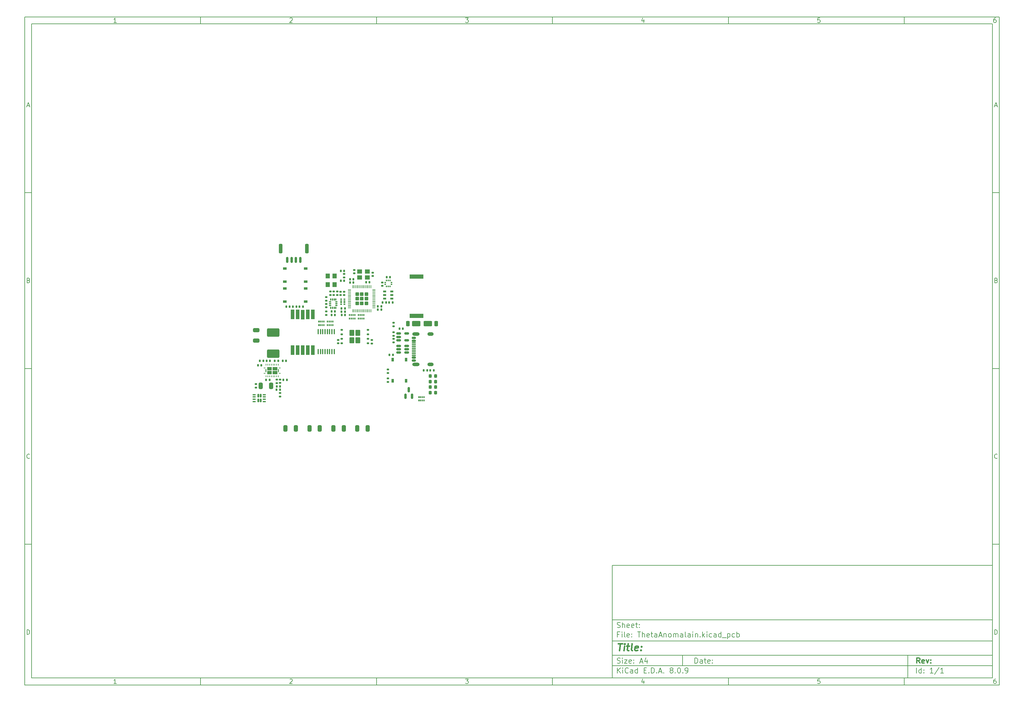
<source format=gbr>
%TF.GenerationSoftware,KiCad,Pcbnew,8.0.9-8.0.9-0~ubuntu24.04.1*%
%TF.CreationDate,2025-05-06T11:39:42+05:00*%
%TF.ProjectId,ThetaAnomalain,54686574-6141-46e6-9f6d-616c61696e2e,rev?*%
%TF.SameCoordinates,Original*%
%TF.FileFunction,Paste,Top*%
%TF.FilePolarity,Positive*%
%FSLAX46Y46*%
G04 Gerber Fmt 4.6, Leading zero omitted, Abs format (unit mm)*
G04 Created by KiCad (PCBNEW 8.0.9-8.0.9-0~ubuntu24.04.1) date 2025-05-06 11:39:42*
%MOMM*%
%LPD*%
G01*
G04 APERTURE LIST*
G04 Aperture macros list*
%AMRoundRect*
0 Rectangle with rounded corners*
0 $1 Rounding radius*
0 $2 $3 $4 $5 $6 $7 $8 $9 X,Y pos of 4 corners*
0 Add a 4 corners polygon primitive as box body*
4,1,4,$2,$3,$4,$5,$6,$7,$8,$9,$2,$3,0*
0 Add four circle primitives for the rounded corners*
1,1,$1+$1,$2,$3*
1,1,$1+$1,$4,$5*
1,1,$1+$1,$6,$7*
1,1,$1+$1,$8,$9*
0 Add four rect primitives between the rounded corners*
20,1,$1+$1,$2,$3,$4,$5,0*
20,1,$1+$1,$4,$5,$6,$7,0*
20,1,$1+$1,$6,$7,$8,$9,0*
20,1,$1+$1,$8,$9,$2,$3,0*%
G04 Aperture macros list end*
%ADD10C,0.100000*%
%ADD11C,0.150000*%
%ADD12C,0.300000*%
%ADD13C,0.400000*%
%ADD14C,0.000000*%
%ADD15RoundRect,0.218750X0.218750X0.256250X-0.218750X0.256250X-0.218750X-0.256250X0.218750X-0.256250X0*%
%ADD16RoundRect,0.135000X-0.185000X0.135000X-0.185000X-0.135000X0.185000X-0.135000X0.185000X0.135000X0*%
%ADD17O,0.599999X0.240000*%
%ADD18O,0.240000X0.599999*%
%ADD19RoundRect,0.135000X0.185000X-0.135000X0.185000X0.135000X-0.185000X0.135000X-0.185000X-0.135000X0*%
%ADD20RoundRect,0.250000X-0.325000X-0.650000X0.325000X-0.650000X0.325000X0.650000X-0.325000X0.650000X0*%
%ADD21R,1.000000X0.750000*%
%ADD22RoundRect,0.135000X-0.135000X-0.185000X0.135000X-0.185000X0.135000X0.185000X-0.135000X0.185000X0*%
%ADD23RoundRect,0.135000X0.135000X0.185000X-0.135000X0.185000X-0.135000X-0.185000X0.135000X-0.185000X0*%
%ADD24RoundRect,0.100000X-0.100000X0.637500X-0.100000X-0.637500X0.100000X-0.637500X0.100000X0.637500X0*%
%ADD25RoundRect,0.150000X0.150000X-0.587500X0.150000X0.587500X-0.150000X0.587500X-0.150000X-0.587500X0*%
%ADD26RoundRect,0.140000X0.140000X0.170000X-0.140000X0.170000X-0.140000X-0.170000X0.140000X-0.170000X0*%
%ADD27RoundRect,0.250000X-1.500000X0.925000X-1.500000X-0.925000X1.500000X-0.925000X1.500000X0.925000X0*%
%ADD28RoundRect,0.147500X0.172500X-0.147500X0.172500X0.147500X-0.172500X0.147500X-0.172500X-0.147500X0*%
%ADD29RoundRect,0.140000X0.170000X-0.140000X0.170000X0.140000X-0.170000X0.140000X-0.170000X-0.140000X0*%
%ADD30RoundRect,0.140000X-0.170000X0.140000X-0.170000X-0.140000X0.170000X-0.140000X0.170000X0.140000X0*%
%ADD31RoundRect,0.140000X-0.140000X-0.170000X0.140000X-0.170000X0.140000X0.170000X-0.140000X0.170000X0*%
%ADD32R,1.200000X1.400000*%
%ADD33R,1.000000X2.800000*%
%ADD34R,0.400000X0.500000*%
%ADD35R,0.300000X0.500000*%
%ADD36RoundRect,0.000000X-0.400000X-0.250000X0.400000X-0.250000X0.400000X0.250000X-0.400000X0.250000X0*%
%ADD37RoundRect,0.250000X0.650000X-0.325000X0.650000X0.325000X-0.650000X0.325000X-0.650000X-0.325000X0*%
%ADD38R,0.500000X0.400000*%
%ADD39R,0.500000X0.300000*%
%ADD40R,4.000000X1.200000*%
%ADD41RoundRect,0.087500X-0.087500X0.225000X-0.087500X-0.225000X0.087500X-0.225000X0.087500X0.225000X0*%
%ADD42RoundRect,0.087500X-0.225000X0.087500X-0.225000X-0.087500X0.225000X-0.087500X0.225000X0.087500X0*%
%ADD43RoundRect,0.150000X0.150000X0.700000X-0.150000X0.700000X-0.150000X-0.700000X0.150000X-0.700000X0*%
%ADD44RoundRect,0.250000X0.250000X1.100000X-0.250000X1.100000X-0.250000X-1.100000X0.250000X-1.100000X0*%
%ADD45RoundRect,0.150000X-0.512500X-0.150000X0.512500X-0.150000X0.512500X0.150000X-0.512500X0.150000X0*%
%ADD46R,1.400000X1.200000*%
%ADD47R,0.750000X1.000000*%
%ADD48RoundRect,0.125000X-0.125000X-0.420000X0.125000X-0.420000X0.125000X0.420000X-0.125000X0.420000X0*%
%ADD49RoundRect,0.075000X-0.362500X-0.075000X0.362500X-0.075000X0.362500X0.075000X-0.362500X0.075000X0*%
%ADD50RoundRect,0.150000X0.512500X0.150000X-0.512500X0.150000X-0.512500X-0.150000X0.512500X-0.150000X0*%
%ADD51RoundRect,0.250000X-0.285000X-0.285000X0.285000X-0.285000X0.285000X0.285000X-0.285000X0.285000X0*%
%ADD52RoundRect,0.050000X-0.350000X-0.050000X0.350000X-0.050000X0.350000X0.050000X-0.350000X0.050000X0*%
%ADD53RoundRect,0.050000X-0.050000X-0.350000X0.050000X-0.350000X0.050000X0.350000X-0.050000X0.350000X0*%
%ADD54RoundRect,0.250000X0.435000X0.615000X-0.435000X0.615000X-0.435000X-0.615000X0.435000X-0.615000X0*%
%ADD55RoundRect,0.125000X0.200000X0.125000X-0.200000X0.125000X-0.200000X-0.125000X0.200000X-0.125000X0*%
%ADD56RoundRect,0.250000X-0.950000X-0.500000X0.950000X-0.500000X0.950000X0.500000X-0.950000X0.500000X0*%
%ADD57RoundRect,0.250000X-0.275000X-0.500000X0.275000X-0.500000X0.275000X0.500000X-0.275000X0.500000X0*%
%ADD58RoundRect,0.250000X0.950000X0.500000X-0.950000X0.500000X-0.950000X-0.500000X0.950000X-0.500000X0*%
%ADD59RoundRect,0.250000X0.275000X0.500000X-0.275000X0.500000X-0.275000X-0.500000X0.275000X-0.500000X0*%
%ADD60RoundRect,0.045000X0.205000X-0.105000X0.205000X0.105000X-0.205000X0.105000X-0.205000X-0.105000X0*%
%ADD61RoundRect,0.045000X0.105000X-0.205000X0.105000X0.205000X-0.105000X0.205000X-0.105000X-0.205000X0*%
%ADD62RoundRect,0.150000X0.425000X-0.150000X0.425000X0.150000X-0.425000X0.150000X-0.425000X-0.150000X0*%
%ADD63RoundRect,0.075000X0.500000X-0.075000X0.500000X0.075000X-0.500000X0.075000X-0.500000X-0.075000X0*%
%ADD64O,2.100000X1.000000*%
%ADD65O,1.800000X1.000000*%
%ADD66RoundRect,0.250000X0.325000X0.650000X-0.325000X0.650000X-0.325000X-0.650000X0.325000X-0.650000X0*%
G04 APERTURE END LIST*
D10*
D11*
X177002200Y-166007200D02*
X285002200Y-166007200D01*
X285002200Y-198007200D01*
X177002200Y-198007200D01*
X177002200Y-166007200D01*
D10*
D11*
X10000000Y-10000000D02*
X287002200Y-10000000D01*
X287002200Y-200007200D01*
X10000000Y-200007200D01*
X10000000Y-10000000D01*
D10*
D11*
X12000000Y-12000000D02*
X285002200Y-12000000D01*
X285002200Y-198007200D01*
X12000000Y-198007200D01*
X12000000Y-12000000D01*
D10*
D11*
X60000000Y-12000000D02*
X60000000Y-10000000D01*
D10*
D11*
X110000000Y-12000000D02*
X110000000Y-10000000D01*
D10*
D11*
X160000000Y-12000000D02*
X160000000Y-10000000D01*
D10*
D11*
X210000000Y-12000000D02*
X210000000Y-10000000D01*
D10*
D11*
X260000000Y-12000000D02*
X260000000Y-10000000D01*
D10*
D11*
X36089160Y-11593604D02*
X35346303Y-11593604D01*
X35717731Y-11593604D02*
X35717731Y-10293604D01*
X35717731Y-10293604D02*
X35593922Y-10479319D01*
X35593922Y-10479319D02*
X35470112Y-10603128D01*
X35470112Y-10603128D02*
X35346303Y-10665033D01*
D10*
D11*
X85346303Y-10417414D02*
X85408207Y-10355509D01*
X85408207Y-10355509D02*
X85532017Y-10293604D01*
X85532017Y-10293604D02*
X85841541Y-10293604D01*
X85841541Y-10293604D02*
X85965350Y-10355509D01*
X85965350Y-10355509D02*
X86027255Y-10417414D01*
X86027255Y-10417414D02*
X86089160Y-10541223D01*
X86089160Y-10541223D02*
X86089160Y-10665033D01*
X86089160Y-10665033D02*
X86027255Y-10850747D01*
X86027255Y-10850747D02*
X85284398Y-11593604D01*
X85284398Y-11593604D02*
X86089160Y-11593604D01*
D10*
D11*
X135284398Y-10293604D02*
X136089160Y-10293604D01*
X136089160Y-10293604D02*
X135655826Y-10788842D01*
X135655826Y-10788842D02*
X135841541Y-10788842D01*
X135841541Y-10788842D02*
X135965350Y-10850747D01*
X135965350Y-10850747D02*
X136027255Y-10912652D01*
X136027255Y-10912652D02*
X136089160Y-11036461D01*
X136089160Y-11036461D02*
X136089160Y-11345985D01*
X136089160Y-11345985D02*
X136027255Y-11469795D01*
X136027255Y-11469795D02*
X135965350Y-11531700D01*
X135965350Y-11531700D02*
X135841541Y-11593604D01*
X135841541Y-11593604D02*
X135470112Y-11593604D01*
X135470112Y-11593604D02*
X135346303Y-11531700D01*
X135346303Y-11531700D02*
X135284398Y-11469795D01*
D10*
D11*
X185965350Y-10726938D02*
X185965350Y-11593604D01*
X185655826Y-10231700D02*
X185346303Y-11160271D01*
X185346303Y-11160271D02*
X186151064Y-11160271D01*
D10*
D11*
X236027255Y-10293604D02*
X235408207Y-10293604D01*
X235408207Y-10293604D02*
X235346303Y-10912652D01*
X235346303Y-10912652D02*
X235408207Y-10850747D01*
X235408207Y-10850747D02*
X235532017Y-10788842D01*
X235532017Y-10788842D02*
X235841541Y-10788842D01*
X235841541Y-10788842D02*
X235965350Y-10850747D01*
X235965350Y-10850747D02*
X236027255Y-10912652D01*
X236027255Y-10912652D02*
X236089160Y-11036461D01*
X236089160Y-11036461D02*
X236089160Y-11345985D01*
X236089160Y-11345985D02*
X236027255Y-11469795D01*
X236027255Y-11469795D02*
X235965350Y-11531700D01*
X235965350Y-11531700D02*
X235841541Y-11593604D01*
X235841541Y-11593604D02*
X235532017Y-11593604D01*
X235532017Y-11593604D02*
X235408207Y-11531700D01*
X235408207Y-11531700D02*
X235346303Y-11469795D01*
D10*
D11*
X285965350Y-10293604D02*
X285717731Y-10293604D01*
X285717731Y-10293604D02*
X285593922Y-10355509D01*
X285593922Y-10355509D02*
X285532017Y-10417414D01*
X285532017Y-10417414D02*
X285408207Y-10603128D01*
X285408207Y-10603128D02*
X285346303Y-10850747D01*
X285346303Y-10850747D02*
X285346303Y-11345985D01*
X285346303Y-11345985D02*
X285408207Y-11469795D01*
X285408207Y-11469795D02*
X285470112Y-11531700D01*
X285470112Y-11531700D02*
X285593922Y-11593604D01*
X285593922Y-11593604D02*
X285841541Y-11593604D01*
X285841541Y-11593604D02*
X285965350Y-11531700D01*
X285965350Y-11531700D02*
X286027255Y-11469795D01*
X286027255Y-11469795D02*
X286089160Y-11345985D01*
X286089160Y-11345985D02*
X286089160Y-11036461D01*
X286089160Y-11036461D02*
X286027255Y-10912652D01*
X286027255Y-10912652D02*
X285965350Y-10850747D01*
X285965350Y-10850747D02*
X285841541Y-10788842D01*
X285841541Y-10788842D02*
X285593922Y-10788842D01*
X285593922Y-10788842D02*
X285470112Y-10850747D01*
X285470112Y-10850747D02*
X285408207Y-10912652D01*
X285408207Y-10912652D02*
X285346303Y-11036461D01*
D10*
D11*
X60000000Y-198007200D02*
X60000000Y-200007200D01*
D10*
D11*
X110000000Y-198007200D02*
X110000000Y-200007200D01*
D10*
D11*
X160000000Y-198007200D02*
X160000000Y-200007200D01*
D10*
D11*
X210000000Y-198007200D02*
X210000000Y-200007200D01*
D10*
D11*
X260000000Y-198007200D02*
X260000000Y-200007200D01*
D10*
D11*
X36089160Y-199600804D02*
X35346303Y-199600804D01*
X35717731Y-199600804D02*
X35717731Y-198300804D01*
X35717731Y-198300804D02*
X35593922Y-198486519D01*
X35593922Y-198486519D02*
X35470112Y-198610328D01*
X35470112Y-198610328D02*
X35346303Y-198672233D01*
D10*
D11*
X85346303Y-198424614D02*
X85408207Y-198362709D01*
X85408207Y-198362709D02*
X85532017Y-198300804D01*
X85532017Y-198300804D02*
X85841541Y-198300804D01*
X85841541Y-198300804D02*
X85965350Y-198362709D01*
X85965350Y-198362709D02*
X86027255Y-198424614D01*
X86027255Y-198424614D02*
X86089160Y-198548423D01*
X86089160Y-198548423D02*
X86089160Y-198672233D01*
X86089160Y-198672233D02*
X86027255Y-198857947D01*
X86027255Y-198857947D02*
X85284398Y-199600804D01*
X85284398Y-199600804D02*
X86089160Y-199600804D01*
D10*
D11*
X135284398Y-198300804D02*
X136089160Y-198300804D01*
X136089160Y-198300804D02*
X135655826Y-198796042D01*
X135655826Y-198796042D02*
X135841541Y-198796042D01*
X135841541Y-198796042D02*
X135965350Y-198857947D01*
X135965350Y-198857947D02*
X136027255Y-198919852D01*
X136027255Y-198919852D02*
X136089160Y-199043661D01*
X136089160Y-199043661D02*
X136089160Y-199353185D01*
X136089160Y-199353185D02*
X136027255Y-199476995D01*
X136027255Y-199476995D02*
X135965350Y-199538900D01*
X135965350Y-199538900D02*
X135841541Y-199600804D01*
X135841541Y-199600804D02*
X135470112Y-199600804D01*
X135470112Y-199600804D02*
X135346303Y-199538900D01*
X135346303Y-199538900D02*
X135284398Y-199476995D01*
D10*
D11*
X185965350Y-198734138D02*
X185965350Y-199600804D01*
X185655826Y-198238900D02*
X185346303Y-199167471D01*
X185346303Y-199167471D02*
X186151064Y-199167471D01*
D10*
D11*
X236027255Y-198300804D02*
X235408207Y-198300804D01*
X235408207Y-198300804D02*
X235346303Y-198919852D01*
X235346303Y-198919852D02*
X235408207Y-198857947D01*
X235408207Y-198857947D02*
X235532017Y-198796042D01*
X235532017Y-198796042D02*
X235841541Y-198796042D01*
X235841541Y-198796042D02*
X235965350Y-198857947D01*
X235965350Y-198857947D02*
X236027255Y-198919852D01*
X236027255Y-198919852D02*
X236089160Y-199043661D01*
X236089160Y-199043661D02*
X236089160Y-199353185D01*
X236089160Y-199353185D02*
X236027255Y-199476995D01*
X236027255Y-199476995D02*
X235965350Y-199538900D01*
X235965350Y-199538900D02*
X235841541Y-199600804D01*
X235841541Y-199600804D02*
X235532017Y-199600804D01*
X235532017Y-199600804D02*
X235408207Y-199538900D01*
X235408207Y-199538900D02*
X235346303Y-199476995D01*
D10*
D11*
X285965350Y-198300804D02*
X285717731Y-198300804D01*
X285717731Y-198300804D02*
X285593922Y-198362709D01*
X285593922Y-198362709D02*
X285532017Y-198424614D01*
X285532017Y-198424614D02*
X285408207Y-198610328D01*
X285408207Y-198610328D02*
X285346303Y-198857947D01*
X285346303Y-198857947D02*
X285346303Y-199353185D01*
X285346303Y-199353185D02*
X285408207Y-199476995D01*
X285408207Y-199476995D02*
X285470112Y-199538900D01*
X285470112Y-199538900D02*
X285593922Y-199600804D01*
X285593922Y-199600804D02*
X285841541Y-199600804D01*
X285841541Y-199600804D02*
X285965350Y-199538900D01*
X285965350Y-199538900D02*
X286027255Y-199476995D01*
X286027255Y-199476995D02*
X286089160Y-199353185D01*
X286089160Y-199353185D02*
X286089160Y-199043661D01*
X286089160Y-199043661D02*
X286027255Y-198919852D01*
X286027255Y-198919852D02*
X285965350Y-198857947D01*
X285965350Y-198857947D02*
X285841541Y-198796042D01*
X285841541Y-198796042D02*
X285593922Y-198796042D01*
X285593922Y-198796042D02*
X285470112Y-198857947D01*
X285470112Y-198857947D02*
X285408207Y-198919852D01*
X285408207Y-198919852D02*
X285346303Y-199043661D01*
D10*
D11*
X10000000Y-60000000D02*
X12000000Y-60000000D01*
D10*
D11*
X10000000Y-110000000D02*
X12000000Y-110000000D01*
D10*
D11*
X10000000Y-160000000D02*
X12000000Y-160000000D01*
D10*
D11*
X10690476Y-35222176D02*
X11309523Y-35222176D01*
X10566666Y-35593604D02*
X10999999Y-34293604D01*
X10999999Y-34293604D02*
X11433333Y-35593604D01*
D10*
D11*
X11092857Y-84912652D02*
X11278571Y-84974557D01*
X11278571Y-84974557D02*
X11340476Y-85036461D01*
X11340476Y-85036461D02*
X11402380Y-85160271D01*
X11402380Y-85160271D02*
X11402380Y-85345985D01*
X11402380Y-85345985D02*
X11340476Y-85469795D01*
X11340476Y-85469795D02*
X11278571Y-85531700D01*
X11278571Y-85531700D02*
X11154761Y-85593604D01*
X11154761Y-85593604D02*
X10659523Y-85593604D01*
X10659523Y-85593604D02*
X10659523Y-84293604D01*
X10659523Y-84293604D02*
X11092857Y-84293604D01*
X11092857Y-84293604D02*
X11216666Y-84355509D01*
X11216666Y-84355509D02*
X11278571Y-84417414D01*
X11278571Y-84417414D02*
X11340476Y-84541223D01*
X11340476Y-84541223D02*
X11340476Y-84665033D01*
X11340476Y-84665033D02*
X11278571Y-84788842D01*
X11278571Y-84788842D02*
X11216666Y-84850747D01*
X11216666Y-84850747D02*
X11092857Y-84912652D01*
X11092857Y-84912652D02*
X10659523Y-84912652D01*
D10*
D11*
X11402380Y-135469795D02*
X11340476Y-135531700D01*
X11340476Y-135531700D02*
X11154761Y-135593604D01*
X11154761Y-135593604D02*
X11030952Y-135593604D01*
X11030952Y-135593604D02*
X10845238Y-135531700D01*
X10845238Y-135531700D02*
X10721428Y-135407890D01*
X10721428Y-135407890D02*
X10659523Y-135284080D01*
X10659523Y-135284080D02*
X10597619Y-135036461D01*
X10597619Y-135036461D02*
X10597619Y-134850747D01*
X10597619Y-134850747D02*
X10659523Y-134603128D01*
X10659523Y-134603128D02*
X10721428Y-134479319D01*
X10721428Y-134479319D02*
X10845238Y-134355509D01*
X10845238Y-134355509D02*
X11030952Y-134293604D01*
X11030952Y-134293604D02*
X11154761Y-134293604D01*
X11154761Y-134293604D02*
X11340476Y-134355509D01*
X11340476Y-134355509D02*
X11402380Y-134417414D01*
D10*
D11*
X10659523Y-185593604D02*
X10659523Y-184293604D01*
X10659523Y-184293604D02*
X10969047Y-184293604D01*
X10969047Y-184293604D02*
X11154761Y-184355509D01*
X11154761Y-184355509D02*
X11278571Y-184479319D01*
X11278571Y-184479319D02*
X11340476Y-184603128D01*
X11340476Y-184603128D02*
X11402380Y-184850747D01*
X11402380Y-184850747D02*
X11402380Y-185036461D01*
X11402380Y-185036461D02*
X11340476Y-185284080D01*
X11340476Y-185284080D02*
X11278571Y-185407890D01*
X11278571Y-185407890D02*
X11154761Y-185531700D01*
X11154761Y-185531700D02*
X10969047Y-185593604D01*
X10969047Y-185593604D02*
X10659523Y-185593604D01*
D10*
D11*
X287002200Y-60000000D02*
X285002200Y-60000000D01*
D10*
D11*
X287002200Y-110000000D02*
X285002200Y-110000000D01*
D10*
D11*
X287002200Y-160000000D02*
X285002200Y-160000000D01*
D10*
D11*
X285692676Y-35222176D02*
X286311723Y-35222176D01*
X285568866Y-35593604D02*
X286002199Y-34293604D01*
X286002199Y-34293604D02*
X286435533Y-35593604D01*
D10*
D11*
X286095057Y-84912652D02*
X286280771Y-84974557D01*
X286280771Y-84974557D02*
X286342676Y-85036461D01*
X286342676Y-85036461D02*
X286404580Y-85160271D01*
X286404580Y-85160271D02*
X286404580Y-85345985D01*
X286404580Y-85345985D02*
X286342676Y-85469795D01*
X286342676Y-85469795D02*
X286280771Y-85531700D01*
X286280771Y-85531700D02*
X286156961Y-85593604D01*
X286156961Y-85593604D02*
X285661723Y-85593604D01*
X285661723Y-85593604D02*
X285661723Y-84293604D01*
X285661723Y-84293604D02*
X286095057Y-84293604D01*
X286095057Y-84293604D02*
X286218866Y-84355509D01*
X286218866Y-84355509D02*
X286280771Y-84417414D01*
X286280771Y-84417414D02*
X286342676Y-84541223D01*
X286342676Y-84541223D02*
X286342676Y-84665033D01*
X286342676Y-84665033D02*
X286280771Y-84788842D01*
X286280771Y-84788842D02*
X286218866Y-84850747D01*
X286218866Y-84850747D02*
X286095057Y-84912652D01*
X286095057Y-84912652D02*
X285661723Y-84912652D01*
D10*
D11*
X286404580Y-135469795D02*
X286342676Y-135531700D01*
X286342676Y-135531700D02*
X286156961Y-135593604D01*
X286156961Y-135593604D02*
X286033152Y-135593604D01*
X286033152Y-135593604D02*
X285847438Y-135531700D01*
X285847438Y-135531700D02*
X285723628Y-135407890D01*
X285723628Y-135407890D02*
X285661723Y-135284080D01*
X285661723Y-135284080D02*
X285599819Y-135036461D01*
X285599819Y-135036461D02*
X285599819Y-134850747D01*
X285599819Y-134850747D02*
X285661723Y-134603128D01*
X285661723Y-134603128D02*
X285723628Y-134479319D01*
X285723628Y-134479319D02*
X285847438Y-134355509D01*
X285847438Y-134355509D02*
X286033152Y-134293604D01*
X286033152Y-134293604D02*
X286156961Y-134293604D01*
X286156961Y-134293604D02*
X286342676Y-134355509D01*
X286342676Y-134355509D02*
X286404580Y-134417414D01*
D10*
D11*
X285661723Y-185593604D02*
X285661723Y-184293604D01*
X285661723Y-184293604D02*
X285971247Y-184293604D01*
X285971247Y-184293604D02*
X286156961Y-184355509D01*
X286156961Y-184355509D02*
X286280771Y-184479319D01*
X286280771Y-184479319D02*
X286342676Y-184603128D01*
X286342676Y-184603128D02*
X286404580Y-184850747D01*
X286404580Y-184850747D02*
X286404580Y-185036461D01*
X286404580Y-185036461D02*
X286342676Y-185284080D01*
X286342676Y-185284080D02*
X286280771Y-185407890D01*
X286280771Y-185407890D02*
X286156961Y-185531700D01*
X286156961Y-185531700D02*
X285971247Y-185593604D01*
X285971247Y-185593604D02*
X285661723Y-185593604D01*
D10*
D11*
X200458026Y-193793328D02*
X200458026Y-192293328D01*
X200458026Y-192293328D02*
X200815169Y-192293328D01*
X200815169Y-192293328D02*
X201029455Y-192364757D01*
X201029455Y-192364757D02*
X201172312Y-192507614D01*
X201172312Y-192507614D02*
X201243741Y-192650471D01*
X201243741Y-192650471D02*
X201315169Y-192936185D01*
X201315169Y-192936185D02*
X201315169Y-193150471D01*
X201315169Y-193150471D02*
X201243741Y-193436185D01*
X201243741Y-193436185D02*
X201172312Y-193579042D01*
X201172312Y-193579042D02*
X201029455Y-193721900D01*
X201029455Y-193721900D02*
X200815169Y-193793328D01*
X200815169Y-193793328D02*
X200458026Y-193793328D01*
X202600884Y-193793328D02*
X202600884Y-193007614D01*
X202600884Y-193007614D02*
X202529455Y-192864757D01*
X202529455Y-192864757D02*
X202386598Y-192793328D01*
X202386598Y-192793328D02*
X202100884Y-192793328D01*
X202100884Y-192793328D02*
X201958026Y-192864757D01*
X202600884Y-193721900D02*
X202458026Y-193793328D01*
X202458026Y-193793328D02*
X202100884Y-193793328D01*
X202100884Y-193793328D02*
X201958026Y-193721900D01*
X201958026Y-193721900D02*
X201886598Y-193579042D01*
X201886598Y-193579042D02*
X201886598Y-193436185D01*
X201886598Y-193436185D02*
X201958026Y-193293328D01*
X201958026Y-193293328D02*
X202100884Y-193221900D01*
X202100884Y-193221900D02*
X202458026Y-193221900D01*
X202458026Y-193221900D02*
X202600884Y-193150471D01*
X203100884Y-192793328D02*
X203672312Y-192793328D01*
X203315169Y-192293328D02*
X203315169Y-193579042D01*
X203315169Y-193579042D02*
X203386598Y-193721900D01*
X203386598Y-193721900D02*
X203529455Y-193793328D01*
X203529455Y-193793328D02*
X203672312Y-193793328D01*
X204743741Y-193721900D02*
X204600884Y-193793328D01*
X204600884Y-193793328D02*
X204315170Y-193793328D01*
X204315170Y-193793328D02*
X204172312Y-193721900D01*
X204172312Y-193721900D02*
X204100884Y-193579042D01*
X204100884Y-193579042D02*
X204100884Y-193007614D01*
X204100884Y-193007614D02*
X204172312Y-192864757D01*
X204172312Y-192864757D02*
X204315170Y-192793328D01*
X204315170Y-192793328D02*
X204600884Y-192793328D01*
X204600884Y-192793328D02*
X204743741Y-192864757D01*
X204743741Y-192864757D02*
X204815170Y-193007614D01*
X204815170Y-193007614D02*
X204815170Y-193150471D01*
X204815170Y-193150471D02*
X204100884Y-193293328D01*
X205458026Y-193650471D02*
X205529455Y-193721900D01*
X205529455Y-193721900D02*
X205458026Y-193793328D01*
X205458026Y-193793328D02*
X205386598Y-193721900D01*
X205386598Y-193721900D02*
X205458026Y-193650471D01*
X205458026Y-193650471D02*
X205458026Y-193793328D01*
X205458026Y-192864757D02*
X205529455Y-192936185D01*
X205529455Y-192936185D02*
X205458026Y-193007614D01*
X205458026Y-193007614D02*
X205386598Y-192936185D01*
X205386598Y-192936185D02*
X205458026Y-192864757D01*
X205458026Y-192864757D02*
X205458026Y-193007614D01*
D10*
D11*
X177002200Y-194507200D02*
X285002200Y-194507200D01*
D10*
D11*
X178458026Y-196593328D02*
X178458026Y-195093328D01*
X179315169Y-196593328D02*
X178672312Y-195736185D01*
X179315169Y-195093328D02*
X178458026Y-195950471D01*
X179958026Y-196593328D02*
X179958026Y-195593328D01*
X179958026Y-195093328D02*
X179886598Y-195164757D01*
X179886598Y-195164757D02*
X179958026Y-195236185D01*
X179958026Y-195236185D02*
X180029455Y-195164757D01*
X180029455Y-195164757D02*
X179958026Y-195093328D01*
X179958026Y-195093328D02*
X179958026Y-195236185D01*
X181529455Y-196450471D02*
X181458027Y-196521900D01*
X181458027Y-196521900D02*
X181243741Y-196593328D01*
X181243741Y-196593328D02*
X181100884Y-196593328D01*
X181100884Y-196593328D02*
X180886598Y-196521900D01*
X180886598Y-196521900D02*
X180743741Y-196379042D01*
X180743741Y-196379042D02*
X180672312Y-196236185D01*
X180672312Y-196236185D02*
X180600884Y-195950471D01*
X180600884Y-195950471D02*
X180600884Y-195736185D01*
X180600884Y-195736185D02*
X180672312Y-195450471D01*
X180672312Y-195450471D02*
X180743741Y-195307614D01*
X180743741Y-195307614D02*
X180886598Y-195164757D01*
X180886598Y-195164757D02*
X181100884Y-195093328D01*
X181100884Y-195093328D02*
X181243741Y-195093328D01*
X181243741Y-195093328D02*
X181458027Y-195164757D01*
X181458027Y-195164757D02*
X181529455Y-195236185D01*
X182815170Y-196593328D02*
X182815170Y-195807614D01*
X182815170Y-195807614D02*
X182743741Y-195664757D01*
X182743741Y-195664757D02*
X182600884Y-195593328D01*
X182600884Y-195593328D02*
X182315170Y-195593328D01*
X182315170Y-195593328D02*
X182172312Y-195664757D01*
X182815170Y-196521900D02*
X182672312Y-196593328D01*
X182672312Y-196593328D02*
X182315170Y-196593328D01*
X182315170Y-196593328D02*
X182172312Y-196521900D01*
X182172312Y-196521900D02*
X182100884Y-196379042D01*
X182100884Y-196379042D02*
X182100884Y-196236185D01*
X182100884Y-196236185D02*
X182172312Y-196093328D01*
X182172312Y-196093328D02*
X182315170Y-196021900D01*
X182315170Y-196021900D02*
X182672312Y-196021900D01*
X182672312Y-196021900D02*
X182815170Y-195950471D01*
X184172313Y-196593328D02*
X184172313Y-195093328D01*
X184172313Y-196521900D02*
X184029455Y-196593328D01*
X184029455Y-196593328D02*
X183743741Y-196593328D01*
X183743741Y-196593328D02*
X183600884Y-196521900D01*
X183600884Y-196521900D02*
X183529455Y-196450471D01*
X183529455Y-196450471D02*
X183458027Y-196307614D01*
X183458027Y-196307614D02*
X183458027Y-195879042D01*
X183458027Y-195879042D02*
X183529455Y-195736185D01*
X183529455Y-195736185D02*
X183600884Y-195664757D01*
X183600884Y-195664757D02*
X183743741Y-195593328D01*
X183743741Y-195593328D02*
X184029455Y-195593328D01*
X184029455Y-195593328D02*
X184172313Y-195664757D01*
X186029455Y-195807614D02*
X186529455Y-195807614D01*
X186743741Y-196593328D02*
X186029455Y-196593328D01*
X186029455Y-196593328D02*
X186029455Y-195093328D01*
X186029455Y-195093328D02*
X186743741Y-195093328D01*
X187386598Y-196450471D02*
X187458027Y-196521900D01*
X187458027Y-196521900D02*
X187386598Y-196593328D01*
X187386598Y-196593328D02*
X187315170Y-196521900D01*
X187315170Y-196521900D02*
X187386598Y-196450471D01*
X187386598Y-196450471D02*
X187386598Y-196593328D01*
X188100884Y-196593328D02*
X188100884Y-195093328D01*
X188100884Y-195093328D02*
X188458027Y-195093328D01*
X188458027Y-195093328D02*
X188672313Y-195164757D01*
X188672313Y-195164757D02*
X188815170Y-195307614D01*
X188815170Y-195307614D02*
X188886599Y-195450471D01*
X188886599Y-195450471D02*
X188958027Y-195736185D01*
X188958027Y-195736185D02*
X188958027Y-195950471D01*
X188958027Y-195950471D02*
X188886599Y-196236185D01*
X188886599Y-196236185D02*
X188815170Y-196379042D01*
X188815170Y-196379042D02*
X188672313Y-196521900D01*
X188672313Y-196521900D02*
X188458027Y-196593328D01*
X188458027Y-196593328D02*
X188100884Y-196593328D01*
X189600884Y-196450471D02*
X189672313Y-196521900D01*
X189672313Y-196521900D02*
X189600884Y-196593328D01*
X189600884Y-196593328D02*
X189529456Y-196521900D01*
X189529456Y-196521900D02*
X189600884Y-196450471D01*
X189600884Y-196450471D02*
X189600884Y-196593328D01*
X190243742Y-196164757D02*
X190958028Y-196164757D01*
X190100885Y-196593328D02*
X190600885Y-195093328D01*
X190600885Y-195093328D02*
X191100885Y-196593328D01*
X191600884Y-196450471D02*
X191672313Y-196521900D01*
X191672313Y-196521900D02*
X191600884Y-196593328D01*
X191600884Y-196593328D02*
X191529456Y-196521900D01*
X191529456Y-196521900D02*
X191600884Y-196450471D01*
X191600884Y-196450471D02*
X191600884Y-196593328D01*
X193672313Y-195736185D02*
X193529456Y-195664757D01*
X193529456Y-195664757D02*
X193458027Y-195593328D01*
X193458027Y-195593328D02*
X193386599Y-195450471D01*
X193386599Y-195450471D02*
X193386599Y-195379042D01*
X193386599Y-195379042D02*
X193458027Y-195236185D01*
X193458027Y-195236185D02*
X193529456Y-195164757D01*
X193529456Y-195164757D02*
X193672313Y-195093328D01*
X193672313Y-195093328D02*
X193958027Y-195093328D01*
X193958027Y-195093328D02*
X194100885Y-195164757D01*
X194100885Y-195164757D02*
X194172313Y-195236185D01*
X194172313Y-195236185D02*
X194243742Y-195379042D01*
X194243742Y-195379042D02*
X194243742Y-195450471D01*
X194243742Y-195450471D02*
X194172313Y-195593328D01*
X194172313Y-195593328D02*
X194100885Y-195664757D01*
X194100885Y-195664757D02*
X193958027Y-195736185D01*
X193958027Y-195736185D02*
X193672313Y-195736185D01*
X193672313Y-195736185D02*
X193529456Y-195807614D01*
X193529456Y-195807614D02*
X193458027Y-195879042D01*
X193458027Y-195879042D02*
X193386599Y-196021900D01*
X193386599Y-196021900D02*
X193386599Y-196307614D01*
X193386599Y-196307614D02*
X193458027Y-196450471D01*
X193458027Y-196450471D02*
X193529456Y-196521900D01*
X193529456Y-196521900D02*
X193672313Y-196593328D01*
X193672313Y-196593328D02*
X193958027Y-196593328D01*
X193958027Y-196593328D02*
X194100885Y-196521900D01*
X194100885Y-196521900D02*
X194172313Y-196450471D01*
X194172313Y-196450471D02*
X194243742Y-196307614D01*
X194243742Y-196307614D02*
X194243742Y-196021900D01*
X194243742Y-196021900D02*
X194172313Y-195879042D01*
X194172313Y-195879042D02*
X194100885Y-195807614D01*
X194100885Y-195807614D02*
X193958027Y-195736185D01*
X194886598Y-196450471D02*
X194958027Y-196521900D01*
X194958027Y-196521900D02*
X194886598Y-196593328D01*
X194886598Y-196593328D02*
X194815170Y-196521900D01*
X194815170Y-196521900D02*
X194886598Y-196450471D01*
X194886598Y-196450471D02*
X194886598Y-196593328D01*
X195886599Y-195093328D02*
X196029456Y-195093328D01*
X196029456Y-195093328D02*
X196172313Y-195164757D01*
X196172313Y-195164757D02*
X196243742Y-195236185D01*
X196243742Y-195236185D02*
X196315170Y-195379042D01*
X196315170Y-195379042D02*
X196386599Y-195664757D01*
X196386599Y-195664757D02*
X196386599Y-196021900D01*
X196386599Y-196021900D02*
X196315170Y-196307614D01*
X196315170Y-196307614D02*
X196243742Y-196450471D01*
X196243742Y-196450471D02*
X196172313Y-196521900D01*
X196172313Y-196521900D02*
X196029456Y-196593328D01*
X196029456Y-196593328D02*
X195886599Y-196593328D01*
X195886599Y-196593328D02*
X195743742Y-196521900D01*
X195743742Y-196521900D02*
X195672313Y-196450471D01*
X195672313Y-196450471D02*
X195600884Y-196307614D01*
X195600884Y-196307614D02*
X195529456Y-196021900D01*
X195529456Y-196021900D02*
X195529456Y-195664757D01*
X195529456Y-195664757D02*
X195600884Y-195379042D01*
X195600884Y-195379042D02*
X195672313Y-195236185D01*
X195672313Y-195236185D02*
X195743742Y-195164757D01*
X195743742Y-195164757D02*
X195886599Y-195093328D01*
X197029455Y-196450471D02*
X197100884Y-196521900D01*
X197100884Y-196521900D02*
X197029455Y-196593328D01*
X197029455Y-196593328D02*
X196958027Y-196521900D01*
X196958027Y-196521900D02*
X197029455Y-196450471D01*
X197029455Y-196450471D02*
X197029455Y-196593328D01*
X197815170Y-196593328D02*
X198100884Y-196593328D01*
X198100884Y-196593328D02*
X198243741Y-196521900D01*
X198243741Y-196521900D02*
X198315170Y-196450471D01*
X198315170Y-196450471D02*
X198458027Y-196236185D01*
X198458027Y-196236185D02*
X198529456Y-195950471D01*
X198529456Y-195950471D02*
X198529456Y-195379042D01*
X198529456Y-195379042D02*
X198458027Y-195236185D01*
X198458027Y-195236185D02*
X198386599Y-195164757D01*
X198386599Y-195164757D02*
X198243741Y-195093328D01*
X198243741Y-195093328D02*
X197958027Y-195093328D01*
X197958027Y-195093328D02*
X197815170Y-195164757D01*
X197815170Y-195164757D02*
X197743741Y-195236185D01*
X197743741Y-195236185D02*
X197672313Y-195379042D01*
X197672313Y-195379042D02*
X197672313Y-195736185D01*
X197672313Y-195736185D02*
X197743741Y-195879042D01*
X197743741Y-195879042D02*
X197815170Y-195950471D01*
X197815170Y-195950471D02*
X197958027Y-196021900D01*
X197958027Y-196021900D02*
X198243741Y-196021900D01*
X198243741Y-196021900D02*
X198386599Y-195950471D01*
X198386599Y-195950471D02*
X198458027Y-195879042D01*
X198458027Y-195879042D02*
X198529456Y-195736185D01*
D10*
D11*
X177002200Y-191507200D02*
X285002200Y-191507200D01*
D10*
D12*
X264413853Y-193785528D02*
X263913853Y-193071242D01*
X263556710Y-193785528D02*
X263556710Y-192285528D01*
X263556710Y-192285528D02*
X264128139Y-192285528D01*
X264128139Y-192285528D02*
X264270996Y-192356957D01*
X264270996Y-192356957D02*
X264342425Y-192428385D01*
X264342425Y-192428385D02*
X264413853Y-192571242D01*
X264413853Y-192571242D02*
X264413853Y-192785528D01*
X264413853Y-192785528D02*
X264342425Y-192928385D01*
X264342425Y-192928385D02*
X264270996Y-192999814D01*
X264270996Y-192999814D02*
X264128139Y-193071242D01*
X264128139Y-193071242D02*
X263556710Y-193071242D01*
X265628139Y-193714100D02*
X265485282Y-193785528D01*
X265485282Y-193785528D02*
X265199568Y-193785528D01*
X265199568Y-193785528D02*
X265056710Y-193714100D01*
X265056710Y-193714100D02*
X264985282Y-193571242D01*
X264985282Y-193571242D02*
X264985282Y-192999814D01*
X264985282Y-192999814D02*
X265056710Y-192856957D01*
X265056710Y-192856957D02*
X265199568Y-192785528D01*
X265199568Y-192785528D02*
X265485282Y-192785528D01*
X265485282Y-192785528D02*
X265628139Y-192856957D01*
X265628139Y-192856957D02*
X265699568Y-192999814D01*
X265699568Y-192999814D02*
X265699568Y-193142671D01*
X265699568Y-193142671D02*
X264985282Y-193285528D01*
X266199567Y-192785528D02*
X266556710Y-193785528D01*
X266556710Y-193785528D02*
X266913853Y-192785528D01*
X267485281Y-193642671D02*
X267556710Y-193714100D01*
X267556710Y-193714100D02*
X267485281Y-193785528D01*
X267485281Y-193785528D02*
X267413853Y-193714100D01*
X267413853Y-193714100D02*
X267485281Y-193642671D01*
X267485281Y-193642671D02*
X267485281Y-193785528D01*
X267485281Y-192856957D02*
X267556710Y-192928385D01*
X267556710Y-192928385D02*
X267485281Y-192999814D01*
X267485281Y-192999814D02*
X267413853Y-192928385D01*
X267413853Y-192928385D02*
X267485281Y-192856957D01*
X267485281Y-192856957D02*
X267485281Y-192999814D01*
D10*
D11*
X178386598Y-193721900D02*
X178600884Y-193793328D01*
X178600884Y-193793328D02*
X178958026Y-193793328D01*
X178958026Y-193793328D02*
X179100884Y-193721900D01*
X179100884Y-193721900D02*
X179172312Y-193650471D01*
X179172312Y-193650471D02*
X179243741Y-193507614D01*
X179243741Y-193507614D02*
X179243741Y-193364757D01*
X179243741Y-193364757D02*
X179172312Y-193221900D01*
X179172312Y-193221900D02*
X179100884Y-193150471D01*
X179100884Y-193150471D02*
X178958026Y-193079042D01*
X178958026Y-193079042D02*
X178672312Y-193007614D01*
X178672312Y-193007614D02*
X178529455Y-192936185D01*
X178529455Y-192936185D02*
X178458026Y-192864757D01*
X178458026Y-192864757D02*
X178386598Y-192721900D01*
X178386598Y-192721900D02*
X178386598Y-192579042D01*
X178386598Y-192579042D02*
X178458026Y-192436185D01*
X178458026Y-192436185D02*
X178529455Y-192364757D01*
X178529455Y-192364757D02*
X178672312Y-192293328D01*
X178672312Y-192293328D02*
X179029455Y-192293328D01*
X179029455Y-192293328D02*
X179243741Y-192364757D01*
X179886597Y-193793328D02*
X179886597Y-192793328D01*
X179886597Y-192293328D02*
X179815169Y-192364757D01*
X179815169Y-192364757D02*
X179886597Y-192436185D01*
X179886597Y-192436185D02*
X179958026Y-192364757D01*
X179958026Y-192364757D02*
X179886597Y-192293328D01*
X179886597Y-192293328D02*
X179886597Y-192436185D01*
X180458026Y-192793328D02*
X181243741Y-192793328D01*
X181243741Y-192793328D02*
X180458026Y-193793328D01*
X180458026Y-193793328D02*
X181243741Y-193793328D01*
X182386598Y-193721900D02*
X182243741Y-193793328D01*
X182243741Y-193793328D02*
X181958027Y-193793328D01*
X181958027Y-193793328D02*
X181815169Y-193721900D01*
X181815169Y-193721900D02*
X181743741Y-193579042D01*
X181743741Y-193579042D02*
X181743741Y-193007614D01*
X181743741Y-193007614D02*
X181815169Y-192864757D01*
X181815169Y-192864757D02*
X181958027Y-192793328D01*
X181958027Y-192793328D02*
X182243741Y-192793328D01*
X182243741Y-192793328D02*
X182386598Y-192864757D01*
X182386598Y-192864757D02*
X182458027Y-193007614D01*
X182458027Y-193007614D02*
X182458027Y-193150471D01*
X182458027Y-193150471D02*
X181743741Y-193293328D01*
X183100883Y-193650471D02*
X183172312Y-193721900D01*
X183172312Y-193721900D02*
X183100883Y-193793328D01*
X183100883Y-193793328D02*
X183029455Y-193721900D01*
X183029455Y-193721900D02*
X183100883Y-193650471D01*
X183100883Y-193650471D02*
X183100883Y-193793328D01*
X183100883Y-192864757D02*
X183172312Y-192936185D01*
X183172312Y-192936185D02*
X183100883Y-193007614D01*
X183100883Y-193007614D02*
X183029455Y-192936185D01*
X183029455Y-192936185D02*
X183100883Y-192864757D01*
X183100883Y-192864757D02*
X183100883Y-193007614D01*
X184886598Y-193364757D02*
X185600884Y-193364757D01*
X184743741Y-193793328D02*
X185243741Y-192293328D01*
X185243741Y-192293328D02*
X185743741Y-193793328D01*
X186886598Y-192793328D02*
X186886598Y-193793328D01*
X186529455Y-192221900D02*
X186172312Y-193293328D01*
X186172312Y-193293328D02*
X187100883Y-193293328D01*
D10*
D11*
X263458026Y-196593328D02*
X263458026Y-195093328D01*
X264815170Y-196593328D02*
X264815170Y-195093328D01*
X264815170Y-196521900D02*
X264672312Y-196593328D01*
X264672312Y-196593328D02*
X264386598Y-196593328D01*
X264386598Y-196593328D02*
X264243741Y-196521900D01*
X264243741Y-196521900D02*
X264172312Y-196450471D01*
X264172312Y-196450471D02*
X264100884Y-196307614D01*
X264100884Y-196307614D02*
X264100884Y-195879042D01*
X264100884Y-195879042D02*
X264172312Y-195736185D01*
X264172312Y-195736185D02*
X264243741Y-195664757D01*
X264243741Y-195664757D02*
X264386598Y-195593328D01*
X264386598Y-195593328D02*
X264672312Y-195593328D01*
X264672312Y-195593328D02*
X264815170Y-195664757D01*
X265529455Y-196450471D02*
X265600884Y-196521900D01*
X265600884Y-196521900D02*
X265529455Y-196593328D01*
X265529455Y-196593328D02*
X265458027Y-196521900D01*
X265458027Y-196521900D02*
X265529455Y-196450471D01*
X265529455Y-196450471D02*
X265529455Y-196593328D01*
X265529455Y-195664757D02*
X265600884Y-195736185D01*
X265600884Y-195736185D02*
X265529455Y-195807614D01*
X265529455Y-195807614D02*
X265458027Y-195736185D01*
X265458027Y-195736185D02*
X265529455Y-195664757D01*
X265529455Y-195664757D02*
X265529455Y-195807614D01*
X268172313Y-196593328D02*
X267315170Y-196593328D01*
X267743741Y-196593328D02*
X267743741Y-195093328D01*
X267743741Y-195093328D02*
X267600884Y-195307614D01*
X267600884Y-195307614D02*
X267458027Y-195450471D01*
X267458027Y-195450471D02*
X267315170Y-195521900D01*
X269886598Y-195021900D02*
X268600884Y-196950471D01*
X271172313Y-196593328D02*
X270315170Y-196593328D01*
X270743741Y-196593328D02*
X270743741Y-195093328D01*
X270743741Y-195093328D02*
X270600884Y-195307614D01*
X270600884Y-195307614D02*
X270458027Y-195450471D01*
X270458027Y-195450471D02*
X270315170Y-195521900D01*
D10*
D11*
X177002200Y-187507200D02*
X285002200Y-187507200D01*
D10*
D13*
X178693928Y-188211638D02*
X179836785Y-188211638D01*
X179015357Y-190211638D02*
X179265357Y-188211638D01*
X180253452Y-190211638D02*
X180420119Y-188878304D01*
X180503452Y-188211638D02*
X180396309Y-188306876D01*
X180396309Y-188306876D02*
X180479643Y-188402114D01*
X180479643Y-188402114D02*
X180586786Y-188306876D01*
X180586786Y-188306876D02*
X180503452Y-188211638D01*
X180503452Y-188211638D02*
X180479643Y-188402114D01*
X181086786Y-188878304D02*
X181848690Y-188878304D01*
X181455833Y-188211638D02*
X181241548Y-189925923D01*
X181241548Y-189925923D02*
X181312976Y-190116400D01*
X181312976Y-190116400D02*
X181491548Y-190211638D01*
X181491548Y-190211638D02*
X181682024Y-190211638D01*
X182634405Y-190211638D02*
X182455833Y-190116400D01*
X182455833Y-190116400D02*
X182384405Y-189925923D01*
X182384405Y-189925923D02*
X182598690Y-188211638D01*
X184170119Y-190116400D02*
X183967738Y-190211638D01*
X183967738Y-190211638D02*
X183586785Y-190211638D01*
X183586785Y-190211638D02*
X183408214Y-190116400D01*
X183408214Y-190116400D02*
X183336785Y-189925923D01*
X183336785Y-189925923D02*
X183432024Y-189164019D01*
X183432024Y-189164019D02*
X183551071Y-188973542D01*
X183551071Y-188973542D02*
X183753452Y-188878304D01*
X183753452Y-188878304D02*
X184134404Y-188878304D01*
X184134404Y-188878304D02*
X184312976Y-188973542D01*
X184312976Y-188973542D02*
X184384404Y-189164019D01*
X184384404Y-189164019D02*
X184360595Y-189354495D01*
X184360595Y-189354495D02*
X183384404Y-189544971D01*
X185134405Y-190021161D02*
X185217738Y-190116400D01*
X185217738Y-190116400D02*
X185110595Y-190211638D01*
X185110595Y-190211638D02*
X185027262Y-190116400D01*
X185027262Y-190116400D02*
X185134405Y-190021161D01*
X185134405Y-190021161D02*
X185110595Y-190211638D01*
X185265357Y-188973542D02*
X185348690Y-189068780D01*
X185348690Y-189068780D02*
X185241548Y-189164019D01*
X185241548Y-189164019D02*
X185158214Y-189068780D01*
X185158214Y-189068780D02*
X185265357Y-188973542D01*
X185265357Y-188973542D02*
X185241548Y-189164019D01*
D10*
D11*
X178958026Y-185607614D02*
X178458026Y-185607614D01*
X178458026Y-186393328D02*
X178458026Y-184893328D01*
X178458026Y-184893328D02*
X179172312Y-184893328D01*
X179743740Y-186393328D02*
X179743740Y-185393328D01*
X179743740Y-184893328D02*
X179672312Y-184964757D01*
X179672312Y-184964757D02*
X179743740Y-185036185D01*
X179743740Y-185036185D02*
X179815169Y-184964757D01*
X179815169Y-184964757D02*
X179743740Y-184893328D01*
X179743740Y-184893328D02*
X179743740Y-185036185D01*
X180672312Y-186393328D02*
X180529455Y-186321900D01*
X180529455Y-186321900D02*
X180458026Y-186179042D01*
X180458026Y-186179042D02*
X180458026Y-184893328D01*
X181815169Y-186321900D02*
X181672312Y-186393328D01*
X181672312Y-186393328D02*
X181386598Y-186393328D01*
X181386598Y-186393328D02*
X181243740Y-186321900D01*
X181243740Y-186321900D02*
X181172312Y-186179042D01*
X181172312Y-186179042D02*
X181172312Y-185607614D01*
X181172312Y-185607614D02*
X181243740Y-185464757D01*
X181243740Y-185464757D02*
X181386598Y-185393328D01*
X181386598Y-185393328D02*
X181672312Y-185393328D01*
X181672312Y-185393328D02*
X181815169Y-185464757D01*
X181815169Y-185464757D02*
X181886598Y-185607614D01*
X181886598Y-185607614D02*
X181886598Y-185750471D01*
X181886598Y-185750471D02*
X181172312Y-185893328D01*
X182529454Y-186250471D02*
X182600883Y-186321900D01*
X182600883Y-186321900D02*
X182529454Y-186393328D01*
X182529454Y-186393328D02*
X182458026Y-186321900D01*
X182458026Y-186321900D02*
X182529454Y-186250471D01*
X182529454Y-186250471D02*
X182529454Y-186393328D01*
X182529454Y-185464757D02*
X182600883Y-185536185D01*
X182600883Y-185536185D02*
X182529454Y-185607614D01*
X182529454Y-185607614D02*
X182458026Y-185536185D01*
X182458026Y-185536185D02*
X182529454Y-185464757D01*
X182529454Y-185464757D02*
X182529454Y-185607614D01*
X184172312Y-184893328D02*
X185029455Y-184893328D01*
X184600883Y-186393328D02*
X184600883Y-184893328D01*
X185529454Y-186393328D02*
X185529454Y-184893328D01*
X186172312Y-186393328D02*
X186172312Y-185607614D01*
X186172312Y-185607614D02*
X186100883Y-185464757D01*
X186100883Y-185464757D02*
X185958026Y-185393328D01*
X185958026Y-185393328D02*
X185743740Y-185393328D01*
X185743740Y-185393328D02*
X185600883Y-185464757D01*
X185600883Y-185464757D02*
X185529454Y-185536185D01*
X187458026Y-186321900D02*
X187315169Y-186393328D01*
X187315169Y-186393328D02*
X187029455Y-186393328D01*
X187029455Y-186393328D02*
X186886597Y-186321900D01*
X186886597Y-186321900D02*
X186815169Y-186179042D01*
X186815169Y-186179042D02*
X186815169Y-185607614D01*
X186815169Y-185607614D02*
X186886597Y-185464757D01*
X186886597Y-185464757D02*
X187029455Y-185393328D01*
X187029455Y-185393328D02*
X187315169Y-185393328D01*
X187315169Y-185393328D02*
X187458026Y-185464757D01*
X187458026Y-185464757D02*
X187529455Y-185607614D01*
X187529455Y-185607614D02*
X187529455Y-185750471D01*
X187529455Y-185750471D02*
X186815169Y-185893328D01*
X187958026Y-185393328D02*
X188529454Y-185393328D01*
X188172311Y-184893328D02*
X188172311Y-186179042D01*
X188172311Y-186179042D02*
X188243740Y-186321900D01*
X188243740Y-186321900D02*
X188386597Y-186393328D01*
X188386597Y-186393328D02*
X188529454Y-186393328D01*
X189672312Y-186393328D02*
X189672312Y-185607614D01*
X189672312Y-185607614D02*
X189600883Y-185464757D01*
X189600883Y-185464757D02*
X189458026Y-185393328D01*
X189458026Y-185393328D02*
X189172312Y-185393328D01*
X189172312Y-185393328D02*
X189029454Y-185464757D01*
X189672312Y-186321900D02*
X189529454Y-186393328D01*
X189529454Y-186393328D02*
X189172312Y-186393328D01*
X189172312Y-186393328D02*
X189029454Y-186321900D01*
X189029454Y-186321900D02*
X188958026Y-186179042D01*
X188958026Y-186179042D02*
X188958026Y-186036185D01*
X188958026Y-186036185D02*
X189029454Y-185893328D01*
X189029454Y-185893328D02*
X189172312Y-185821900D01*
X189172312Y-185821900D02*
X189529454Y-185821900D01*
X189529454Y-185821900D02*
X189672312Y-185750471D01*
X190315169Y-185964757D02*
X191029455Y-185964757D01*
X190172312Y-186393328D02*
X190672312Y-184893328D01*
X190672312Y-184893328D02*
X191172312Y-186393328D01*
X191672311Y-185393328D02*
X191672311Y-186393328D01*
X191672311Y-185536185D02*
X191743740Y-185464757D01*
X191743740Y-185464757D02*
X191886597Y-185393328D01*
X191886597Y-185393328D02*
X192100883Y-185393328D01*
X192100883Y-185393328D02*
X192243740Y-185464757D01*
X192243740Y-185464757D02*
X192315169Y-185607614D01*
X192315169Y-185607614D02*
X192315169Y-186393328D01*
X193243740Y-186393328D02*
X193100883Y-186321900D01*
X193100883Y-186321900D02*
X193029454Y-186250471D01*
X193029454Y-186250471D02*
X192958026Y-186107614D01*
X192958026Y-186107614D02*
X192958026Y-185679042D01*
X192958026Y-185679042D02*
X193029454Y-185536185D01*
X193029454Y-185536185D02*
X193100883Y-185464757D01*
X193100883Y-185464757D02*
X193243740Y-185393328D01*
X193243740Y-185393328D02*
X193458026Y-185393328D01*
X193458026Y-185393328D02*
X193600883Y-185464757D01*
X193600883Y-185464757D02*
X193672312Y-185536185D01*
X193672312Y-185536185D02*
X193743740Y-185679042D01*
X193743740Y-185679042D02*
X193743740Y-186107614D01*
X193743740Y-186107614D02*
X193672312Y-186250471D01*
X193672312Y-186250471D02*
X193600883Y-186321900D01*
X193600883Y-186321900D02*
X193458026Y-186393328D01*
X193458026Y-186393328D02*
X193243740Y-186393328D01*
X194386597Y-186393328D02*
X194386597Y-185393328D01*
X194386597Y-185536185D02*
X194458026Y-185464757D01*
X194458026Y-185464757D02*
X194600883Y-185393328D01*
X194600883Y-185393328D02*
X194815169Y-185393328D01*
X194815169Y-185393328D02*
X194958026Y-185464757D01*
X194958026Y-185464757D02*
X195029455Y-185607614D01*
X195029455Y-185607614D02*
X195029455Y-186393328D01*
X195029455Y-185607614D02*
X195100883Y-185464757D01*
X195100883Y-185464757D02*
X195243740Y-185393328D01*
X195243740Y-185393328D02*
X195458026Y-185393328D01*
X195458026Y-185393328D02*
X195600883Y-185464757D01*
X195600883Y-185464757D02*
X195672312Y-185607614D01*
X195672312Y-185607614D02*
X195672312Y-186393328D01*
X197029455Y-186393328D02*
X197029455Y-185607614D01*
X197029455Y-185607614D02*
X196958026Y-185464757D01*
X196958026Y-185464757D02*
X196815169Y-185393328D01*
X196815169Y-185393328D02*
X196529455Y-185393328D01*
X196529455Y-185393328D02*
X196386597Y-185464757D01*
X197029455Y-186321900D02*
X196886597Y-186393328D01*
X196886597Y-186393328D02*
X196529455Y-186393328D01*
X196529455Y-186393328D02*
X196386597Y-186321900D01*
X196386597Y-186321900D02*
X196315169Y-186179042D01*
X196315169Y-186179042D02*
X196315169Y-186036185D01*
X196315169Y-186036185D02*
X196386597Y-185893328D01*
X196386597Y-185893328D02*
X196529455Y-185821900D01*
X196529455Y-185821900D02*
X196886597Y-185821900D01*
X196886597Y-185821900D02*
X197029455Y-185750471D01*
X197958026Y-186393328D02*
X197815169Y-186321900D01*
X197815169Y-186321900D02*
X197743740Y-186179042D01*
X197743740Y-186179042D02*
X197743740Y-184893328D01*
X199172312Y-186393328D02*
X199172312Y-185607614D01*
X199172312Y-185607614D02*
X199100883Y-185464757D01*
X199100883Y-185464757D02*
X198958026Y-185393328D01*
X198958026Y-185393328D02*
X198672312Y-185393328D01*
X198672312Y-185393328D02*
X198529454Y-185464757D01*
X199172312Y-186321900D02*
X199029454Y-186393328D01*
X199029454Y-186393328D02*
X198672312Y-186393328D01*
X198672312Y-186393328D02*
X198529454Y-186321900D01*
X198529454Y-186321900D02*
X198458026Y-186179042D01*
X198458026Y-186179042D02*
X198458026Y-186036185D01*
X198458026Y-186036185D02*
X198529454Y-185893328D01*
X198529454Y-185893328D02*
X198672312Y-185821900D01*
X198672312Y-185821900D02*
X199029454Y-185821900D01*
X199029454Y-185821900D02*
X199172312Y-185750471D01*
X199886597Y-186393328D02*
X199886597Y-185393328D01*
X199886597Y-184893328D02*
X199815169Y-184964757D01*
X199815169Y-184964757D02*
X199886597Y-185036185D01*
X199886597Y-185036185D02*
X199958026Y-184964757D01*
X199958026Y-184964757D02*
X199886597Y-184893328D01*
X199886597Y-184893328D02*
X199886597Y-185036185D01*
X200600883Y-185393328D02*
X200600883Y-186393328D01*
X200600883Y-185536185D02*
X200672312Y-185464757D01*
X200672312Y-185464757D02*
X200815169Y-185393328D01*
X200815169Y-185393328D02*
X201029455Y-185393328D01*
X201029455Y-185393328D02*
X201172312Y-185464757D01*
X201172312Y-185464757D02*
X201243741Y-185607614D01*
X201243741Y-185607614D02*
X201243741Y-186393328D01*
X201958026Y-186250471D02*
X202029455Y-186321900D01*
X202029455Y-186321900D02*
X201958026Y-186393328D01*
X201958026Y-186393328D02*
X201886598Y-186321900D01*
X201886598Y-186321900D02*
X201958026Y-186250471D01*
X201958026Y-186250471D02*
X201958026Y-186393328D01*
X202672312Y-186393328D02*
X202672312Y-184893328D01*
X202815170Y-185821900D02*
X203243741Y-186393328D01*
X203243741Y-185393328D02*
X202672312Y-185964757D01*
X203886598Y-186393328D02*
X203886598Y-185393328D01*
X203886598Y-184893328D02*
X203815170Y-184964757D01*
X203815170Y-184964757D02*
X203886598Y-185036185D01*
X203886598Y-185036185D02*
X203958027Y-184964757D01*
X203958027Y-184964757D02*
X203886598Y-184893328D01*
X203886598Y-184893328D02*
X203886598Y-185036185D01*
X205243742Y-186321900D02*
X205100884Y-186393328D01*
X205100884Y-186393328D02*
X204815170Y-186393328D01*
X204815170Y-186393328D02*
X204672313Y-186321900D01*
X204672313Y-186321900D02*
X204600884Y-186250471D01*
X204600884Y-186250471D02*
X204529456Y-186107614D01*
X204529456Y-186107614D02*
X204529456Y-185679042D01*
X204529456Y-185679042D02*
X204600884Y-185536185D01*
X204600884Y-185536185D02*
X204672313Y-185464757D01*
X204672313Y-185464757D02*
X204815170Y-185393328D01*
X204815170Y-185393328D02*
X205100884Y-185393328D01*
X205100884Y-185393328D02*
X205243742Y-185464757D01*
X206529456Y-186393328D02*
X206529456Y-185607614D01*
X206529456Y-185607614D02*
X206458027Y-185464757D01*
X206458027Y-185464757D02*
X206315170Y-185393328D01*
X206315170Y-185393328D02*
X206029456Y-185393328D01*
X206029456Y-185393328D02*
X205886598Y-185464757D01*
X206529456Y-186321900D02*
X206386598Y-186393328D01*
X206386598Y-186393328D02*
X206029456Y-186393328D01*
X206029456Y-186393328D02*
X205886598Y-186321900D01*
X205886598Y-186321900D02*
X205815170Y-186179042D01*
X205815170Y-186179042D02*
X205815170Y-186036185D01*
X205815170Y-186036185D02*
X205886598Y-185893328D01*
X205886598Y-185893328D02*
X206029456Y-185821900D01*
X206029456Y-185821900D02*
X206386598Y-185821900D01*
X206386598Y-185821900D02*
X206529456Y-185750471D01*
X207886599Y-186393328D02*
X207886599Y-184893328D01*
X207886599Y-186321900D02*
X207743741Y-186393328D01*
X207743741Y-186393328D02*
X207458027Y-186393328D01*
X207458027Y-186393328D02*
X207315170Y-186321900D01*
X207315170Y-186321900D02*
X207243741Y-186250471D01*
X207243741Y-186250471D02*
X207172313Y-186107614D01*
X207172313Y-186107614D02*
X207172313Y-185679042D01*
X207172313Y-185679042D02*
X207243741Y-185536185D01*
X207243741Y-185536185D02*
X207315170Y-185464757D01*
X207315170Y-185464757D02*
X207458027Y-185393328D01*
X207458027Y-185393328D02*
X207743741Y-185393328D01*
X207743741Y-185393328D02*
X207886599Y-185464757D01*
X208243742Y-186536185D02*
X209386599Y-186536185D01*
X209743741Y-185393328D02*
X209743741Y-186893328D01*
X209743741Y-185464757D02*
X209886599Y-185393328D01*
X209886599Y-185393328D02*
X210172313Y-185393328D01*
X210172313Y-185393328D02*
X210315170Y-185464757D01*
X210315170Y-185464757D02*
X210386599Y-185536185D01*
X210386599Y-185536185D02*
X210458027Y-185679042D01*
X210458027Y-185679042D02*
X210458027Y-186107614D01*
X210458027Y-186107614D02*
X210386599Y-186250471D01*
X210386599Y-186250471D02*
X210315170Y-186321900D01*
X210315170Y-186321900D02*
X210172313Y-186393328D01*
X210172313Y-186393328D02*
X209886599Y-186393328D01*
X209886599Y-186393328D02*
X209743741Y-186321900D01*
X211743742Y-186321900D02*
X211600884Y-186393328D01*
X211600884Y-186393328D02*
X211315170Y-186393328D01*
X211315170Y-186393328D02*
X211172313Y-186321900D01*
X211172313Y-186321900D02*
X211100884Y-186250471D01*
X211100884Y-186250471D02*
X211029456Y-186107614D01*
X211029456Y-186107614D02*
X211029456Y-185679042D01*
X211029456Y-185679042D02*
X211100884Y-185536185D01*
X211100884Y-185536185D02*
X211172313Y-185464757D01*
X211172313Y-185464757D02*
X211315170Y-185393328D01*
X211315170Y-185393328D02*
X211600884Y-185393328D01*
X211600884Y-185393328D02*
X211743742Y-185464757D01*
X212386598Y-186393328D02*
X212386598Y-184893328D01*
X212386598Y-185464757D02*
X212529456Y-185393328D01*
X212529456Y-185393328D02*
X212815170Y-185393328D01*
X212815170Y-185393328D02*
X212958027Y-185464757D01*
X212958027Y-185464757D02*
X213029456Y-185536185D01*
X213029456Y-185536185D02*
X213100884Y-185679042D01*
X213100884Y-185679042D02*
X213100884Y-186107614D01*
X213100884Y-186107614D02*
X213029456Y-186250471D01*
X213029456Y-186250471D02*
X212958027Y-186321900D01*
X212958027Y-186321900D02*
X212815170Y-186393328D01*
X212815170Y-186393328D02*
X212529456Y-186393328D01*
X212529456Y-186393328D02*
X212386598Y-186321900D01*
D10*
D11*
X177002200Y-181507200D02*
X285002200Y-181507200D01*
D10*
D11*
X178386598Y-183621900D02*
X178600884Y-183693328D01*
X178600884Y-183693328D02*
X178958026Y-183693328D01*
X178958026Y-183693328D02*
X179100884Y-183621900D01*
X179100884Y-183621900D02*
X179172312Y-183550471D01*
X179172312Y-183550471D02*
X179243741Y-183407614D01*
X179243741Y-183407614D02*
X179243741Y-183264757D01*
X179243741Y-183264757D02*
X179172312Y-183121900D01*
X179172312Y-183121900D02*
X179100884Y-183050471D01*
X179100884Y-183050471D02*
X178958026Y-182979042D01*
X178958026Y-182979042D02*
X178672312Y-182907614D01*
X178672312Y-182907614D02*
X178529455Y-182836185D01*
X178529455Y-182836185D02*
X178458026Y-182764757D01*
X178458026Y-182764757D02*
X178386598Y-182621900D01*
X178386598Y-182621900D02*
X178386598Y-182479042D01*
X178386598Y-182479042D02*
X178458026Y-182336185D01*
X178458026Y-182336185D02*
X178529455Y-182264757D01*
X178529455Y-182264757D02*
X178672312Y-182193328D01*
X178672312Y-182193328D02*
X179029455Y-182193328D01*
X179029455Y-182193328D02*
X179243741Y-182264757D01*
X179886597Y-183693328D02*
X179886597Y-182193328D01*
X180529455Y-183693328D02*
X180529455Y-182907614D01*
X180529455Y-182907614D02*
X180458026Y-182764757D01*
X180458026Y-182764757D02*
X180315169Y-182693328D01*
X180315169Y-182693328D02*
X180100883Y-182693328D01*
X180100883Y-182693328D02*
X179958026Y-182764757D01*
X179958026Y-182764757D02*
X179886597Y-182836185D01*
X181815169Y-183621900D02*
X181672312Y-183693328D01*
X181672312Y-183693328D02*
X181386598Y-183693328D01*
X181386598Y-183693328D02*
X181243740Y-183621900D01*
X181243740Y-183621900D02*
X181172312Y-183479042D01*
X181172312Y-183479042D02*
X181172312Y-182907614D01*
X181172312Y-182907614D02*
X181243740Y-182764757D01*
X181243740Y-182764757D02*
X181386598Y-182693328D01*
X181386598Y-182693328D02*
X181672312Y-182693328D01*
X181672312Y-182693328D02*
X181815169Y-182764757D01*
X181815169Y-182764757D02*
X181886598Y-182907614D01*
X181886598Y-182907614D02*
X181886598Y-183050471D01*
X181886598Y-183050471D02*
X181172312Y-183193328D01*
X183100883Y-183621900D02*
X182958026Y-183693328D01*
X182958026Y-183693328D02*
X182672312Y-183693328D01*
X182672312Y-183693328D02*
X182529454Y-183621900D01*
X182529454Y-183621900D02*
X182458026Y-183479042D01*
X182458026Y-183479042D02*
X182458026Y-182907614D01*
X182458026Y-182907614D02*
X182529454Y-182764757D01*
X182529454Y-182764757D02*
X182672312Y-182693328D01*
X182672312Y-182693328D02*
X182958026Y-182693328D01*
X182958026Y-182693328D02*
X183100883Y-182764757D01*
X183100883Y-182764757D02*
X183172312Y-182907614D01*
X183172312Y-182907614D02*
X183172312Y-183050471D01*
X183172312Y-183050471D02*
X182458026Y-183193328D01*
X183600883Y-182693328D02*
X184172311Y-182693328D01*
X183815168Y-182193328D02*
X183815168Y-183479042D01*
X183815168Y-183479042D02*
X183886597Y-183621900D01*
X183886597Y-183621900D02*
X184029454Y-183693328D01*
X184029454Y-183693328D02*
X184172311Y-183693328D01*
X184672311Y-183550471D02*
X184743740Y-183621900D01*
X184743740Y-183621900D02*
X184672311Y-183693328D01*
X184672311Y-183693328D02*
X184600883Y-183621900D01*
X184600883Y-183621900D02*
X184672311Y-183550471D01*
X184672311Y-183550471D02*
X184672311Y-183693328D01*
X184672311Y-182764757D02*
X184743740Y-182836185D01*
X184743740Y-182836185D02*
X184672311Y-182907614D01*
X184672311Y-182907614D02*
X184600883Y-182836185D01*
X184600883Y-182836185D02*
X184672311Y-182764757D01*
X184672311Y-182764757D02*
X184672311Y-182907614D01*
D10*
D11*
X197002200Y-191507200D02*
X197002200Y-194507200D01*
D10*
D11*
X261002200Y-191507200D02*
X261002200Y-198007200D01*
D14*
%TO.C,U2*%
G36*
X78722003Y-110990081D02*
G01*
X78425004Y-110990081D01*
X78425004Y-110210080D01*
X78722003Y-110210080D01*
X78722003Y-110990081D01*
G37*
G36*
X80250004Y-111616999D02*
G01*
X78922003Y-111616999D01*
X78922003Y-110699998D01*
X80250004Y-110699998D01*
X80250004Y-111616999D01*
G37*
G36*
X80250004Y-110499998D02*
G01*
X78922003Y-110499998D01*
X78922003Y-109582997D01*
X80250004Y-109582997D01*
X80250004Y-110499998D01*
G37*
G36*
X81778002Y-111616999D02*
G01*
X80450001Y-111616999D01*
X80450001Y-110699998D01*
X81778002Y-110699998D01*
X81778002Y-111616999D01*
G37*
G36*
X81778002Y-110499998D02*
G01*
X80450001Y-110499998D01*
X80450001Y-109582997D01*
X81778002Y-109582997D01*
X81778002Y-110499998D01*
G37*
G36*
X82275001Y-110990081D02*
G01*
X81978001Y-110990081D01*
X81978001Y-110210080D01*
X82275001Y-110210080D01*
X82275001Y-110990081D01*
G37*
%TD*%
D15*
%TO.C,D8*%
X126787500Y-116900000D03*
X125212500Y-116900000D03*
%TD*%
D16*
%TO.C,R21*%
X114850000Y-96990000D03*
X114850000Y-98010000D03*
%TD*%
%TO.C,R5*%
X81650000Y-113130080D03*
X81650000Y-114150080D03*
%TD*%
D17*
%TO.C,U2*%
X82500002Y-109850078D03*
D18*
X82099921Y-108949999D03*
X81599922Y-108949999D03*
X81099921Y-108949999D03*
X80599922Y-108949999D03*
X80099923Y-108949999D03*
X79599921Y-108949999D03*
X79099922Y-108949999D03*
X78599921Y-108949999D03*
D17*
X78200000Y-109850078D03*
X78200000Y-111350080D03*
D18*
X78599921Y-112249997D03*
X79099922Y-112249997D03*
X79599921Y-112249997D03*
X80099923Y-112249997D03*
X80599922Y-112249997D03*
X81099921Y-112249997D03*
X81599922Y-112249997D03*
X82099921Y-112249997D03*
D17*
X82500002Y-111350080D03*
%TD*%
D19*
%TO.C,R6*%
X114850000Y-102560000D03*
X114850000Y-101540000D03*
%TD*%
D20*
%TO.C,C29*%
X90925000Y-127000000D03*
X93875000Y-127000000D03*
%TD*%
D21*
%TO.C,SW3*%
X89900000Y-85275000D03*
X83900000Y-85275000D03*
X89900000Y-81525000D03*
X83900000Y-81525000D03*
%TD*%
D22*
%TO.C,R7*%
X83490000Y-113250080D03*
X84510000Y-113250080D03*
%TD*%
D23*
%TO.C,R9*%
X124400000Y-110500000D03*
X123380000Y-110500000D03*
%TD*%
D19*
%TO.C,R13*%
X113200000Y-113810000D03*
X113200000Y-112790000D03*
%TD*%
D20*
%TO.C,C30*%
X97725000Y-127000000D03*
X100675000Y-127000000D03*
%TD*%
D21*
%TO.C,SW2*%
X89900000Y-90975000D03*
X83900000Y-90975000D03*
X89900000Y-87225000D03*
X83900000Y-87225000D03*
%TD*%
D24*
%TO.C,U9*%
X97975000Y-99475000D03*
X97325000Y-99475000D03*
X96675000Y-99475000D03*
X96025000Y-99475000D03*
X95375000Y-99475000D03*
X94725000Y-99475000D03*
X94075000Y-99475000D03*
X93425000Y-99475000D03*
X93425000Y-105200000D03*
X94075000Y-105200000D03*
X94725000Y-105200000D03*
X95375000Y-105200000D03*
X96025000Y-105200000D03*
X96675000Y-105200000D03*
X97325000Y-105200000D03*
X97975000Y-105200000D03*
%TD*%
D19*
%TO.C,R14*%
X113200000Y-111310000D03*
X113200000Y-110290000D03*
%TD*%
D22*
%TO.C,R8*%
X125280000Y-110500000D03*
X126300000Y-110500000D03*
%TD*%
D25*
%TO.C,Q1*%
X118200000Y-117900000D03*
X120100000Y-117900000D03*
X119150000Y-116025000D03*
%TD*%
D26*
%TO.C,C32*%
X79580000Y-113250080D03*
X78620000Y-113250080D03*
%TD*%
D27*
%TO.C,L2*%
X80600000Y-99725000D03*
X80600000Y-105775000D03*
%TD*%
D28*
%TO.C,L1*%
X99800000Y-89120000D03*
X99800000Y-88150000D03*
%TD*%
D29*
%TO.C,C2*%
X96900000Y-89080000D03*
X96900000Y-88120000D03*
%TD*%
D30*
%TO.C,C5*%
X100750000Y-88150000D03*
X100750000Y-89110000D03*
%TD*%
D31*
%TO.C,C1*%
X78740000Y-107850080D03*
X79700000Y-107850080D03*
%TD*%
D20*
%TO.C,C26*%
X84125000Y-127000000D03*
X87075000Y-127000000D03*
%TD*%
D31*
%TO.C,C15*%
X107040000Y-85450000D03*
X108000000Y-85450000D03*
%TD*%
D19*
%TO.C,R10*%
X95700000Y-90700000D03*
X95700000Y-89680000D03*
%TD*%
D23*
%TO.C,R12*%
X114570000Y-91200000D03*
X113550000Y-91200000D03*
%TD*%
D32*
%TO.C,Y2*%
X96150000Y-83700000D03*
X96150000Y-86100000D03*
X98050000Y-86100000D03*
X98050000Y-83700000D03*
%TD*%
D31*
%TO.C,C11*%
X102440000Y-85550000D03*
X103400000Y-85550000D03*
%TD*%
D30*
%TO.C,C37*%
X95700000Y-93770000D03*
X95700000Y-94730000D03*
%TD*%
D19*
%TO.C,R20*%
X75700000Y-115460000D03*
X75700000Y-114440000D03*
%TD*%
D33*
%TO.C,U8*%
X86120000Y-104740000D03*
X87560000Y-104730000D03*
X89000000Y-104750000D03*
X90440000Y-104740000D03*
X91880000Y-104740000D03*
X91880000Y-94640000D03*
X90440000Y-94640000D03*
X89000000Y-94650000D03*
X87560000Y-94630000D03*
X86120000Y-94640000D03*
%TD*%
D19*
%TO.C,R1*%
X82550000Y-117960000D03*
X82550000Y-116940000D03*
%TD*%
D15*
%TO.C,D7*%
X126787500Y-115300000D03*
X125212500Y-115300000D03*
%TD*%
D34*
%TO.C,RN6*%
X104850000Y-95750000D03*
D35*
X105350000Y-95750000D03*
X105850000Y-95750000D03*
D34*
X106350000Y-95750000D03*
X106350000Y-94750000D03*
D35*
X105850000Y-94750000D03*
X105350000Y-94750000D03*
D34*
X104850000Y-94750000D03*
%TD*%
D15*
%TO.C,D5*%
X126787500Y-112100000D03*
X125212500Y-112100000D03*
%TD*%
D31*
%TO.C,C20*%
X76320000Y-109050080D03*
X77280000Y-109050080D03*
%TD*%
D30*
%TO.C,C24*%
X95700000Y-91597500D03*
X95700000Y-92557500D03*
%TD*%
%TO.C,C16*%
X114850000Y-99720000D03*
X114850000Y-100680000D03*
%TD*%
D36*
%TO.C,U6*%
X112290000Y-88100000D03*
X112290000Y-89100000D03*
X112290000Y-90100000D03*
X114290000Y-90100000D03*
X114290000Y-89100000D03*
X114290000Y-88100000D03*
%TD*%
D37*
%TO.C,C9*%
X75850000Y-102075000D03*
X75850000Y-99125000D03*
%TD*%
D19*
%TO.C,R17*%
X108700000Y-102860000D03*
X108700000Y-101840000D03*
%TD*%
D23*
%TO.C,R15*%
X87210000Y-92400000D03*
X86190000Y-92400000D03*
%TD*%
D26*
%TO.C,C12*%
X117480000Y-98700000D03*
X116520000Y-98700000D03*
%TD*%
D31*
%TO.C,C6*%
X110370000Y-92300000D03*
X111330000Y-92300000D03*
%TD*%
D29*
%TO.C,C34*%
X99050000Y-102830000D03*
X99050000Y-101870000D03*
%TD*%
D31*
%TO.C,C7*%
X110370000Y-93250000D03*
X111330000Y-93250000D03*
%TD*%
D38*
%TO.C,RN1*%
X100900000Y-91750000D03*
D39*
X100900000Y-91250000D03*
X100900000Y-90750000D03*
D38*
X100900000Y-90250000D03*
X99900000Y-90250000D03*
D39*
X99900000Y-90750000D03*
X99900000Y-91250000D03*
D38*
X99900000Y-91750000D03*
%TD*%
D22*
%TO.C,R11*%
X111690000Y-91200000D03*
X112710000Y-91200000D03*
%TD*%
D23*
%TO.C,R16*%
X89100000Y-92400000D03*
X88080000Y-92400000D03*
%TD*%
D31*
%TO.C,C10*%
X102440000Y-84600000D03*
X103400000Y-84600000D03*
%TD*%
D40*
%TO.C,BZ1*%
X121350000Y-83850000D03*
X121350000Y-95050000D03*
%TD*%
D29*
%TO.C,C25*%
X111590000Y-86480000D03*
X111590000Y-85520000D03*
%TD*%
D41*
%TO.C,U5*%
X98450000Y-90387500D03*
X97950000Y-90387500D03*
X97450000Y-90387500D03*
X96950000Y-90387500D03*
D42*
X96787500Y-91050000D03*
X96787500Y-91550000D03*
X96787500Y-92050000D03*
D41*
X96950000Y-92712500D03*
X97450000Y-92712500D03*
X97950000Y-92712500D03*
X98450000Y-92712500D03*
D42*
X98612500Y-92050000D03*
X98612500Y-91550000D03*
X98612500Y-91050000D03*
%TD*%
D43*
%TO.C,J2*%
X88350000Y-79100000D03*
X87100000Y-79100000D03*
X85850000Y-79100000D03*
X84600000Y-79100000D03*
D44*
X90200000Y-75900000D03*
X82750000Y-75900000D03*
%TD*%
D45*
%TO.C,U1*%
X116262500Y-100050000D03*
X116262500Y-101000000D03*
X116262500Y-101950000D03*
X118537500Y-101950000D03*
X118537500Y-100050000D03*
%TD*%
D26*
%TO.C,C8*%
X101030000Y-94800000D03*
X100070000Y-94800000D03*
%TD*%
D31*
%TO.C,C19*%
X83320000Y-107850080D03*
X84280000Y-107850080D03*
%TD*%
D46*
%TO.C,Y1*%
X107380000Y-82385000D03*
X105180000Y-82385000D03*
X105180000Y-84085000D03*
X107380000Y-84085000D03*
%TD*%
D23*
%TO.C,R4*%
X114710000Y-106100000D03*
X113690000Y-106100000D03*
%TD*%
D47*
%TO.C,SW1*%
X118375000Y-107500000D03*
X118375000Y-113500000D03*
X114625000Y-107500000D03*
X114625000Y-113500000D03*
%TD*%
D31*
%TO.C,C21*%
X112860000Y-84050000D03*
X113820000Y-84050000D03*
%TD*%
D23*
%TO.C,R19*%
X101060000Y-92900000D03*
X100040000Y-92900000D03*
%TD*%
D26*
%TO.C,C33*%
X85310000Y-92400000D03*
X84350000Y-92400000D03*
%TD*%
%TO.C,C35*%
X100800000Y-85000000D03*
X99840000Y-85000000D03*
%TD*%
D34*
%TO.C,RN5*%
X93550000Y-97637500D03*
D35*
X94050000Y-97637500D03*
X94550000Y-97637500D03*
D34*
X95050000Y-97637500D03*
X95050000Y-96637500D03*
D35*
X94550000Y-96637500D03*
X94050000Y-96637500D03*
D34*
X93550000Y-96637500D03*
%TD*%
D48*
%TO.C,Q2*%
X76412500Y-117725000D03*
X76412500Y-119075000D03*
X77112500Y-117725000D03*
X77112500Y-119075000D03*
D49*
X78100000Y-117425000D03*
X78100000Y-118075000D03*
X78100000Y-118725000D03*
X78100000Y-119375000D03*
X75225000Y-119375000D03*
X75225000Y-117425000D03*
X75225000Y-118075000D03*
X75225000Y-118725000D03*
%TD*%
D50*
%TO.C,U3*%
X118537500Y-105450000D03*
X118537500Y-104500000D03*
X118537500Y-103550000D03*
X116262500Y-103550000D03*
X116262500Y-104500000D03*
X116262500Y-105450000D03*
%TD*%
D34*
%TO.C,RN4*%
X96050000Y-97637500D03*
D35*
X96550000Y-97637500D03*
X97050000Y-97637500D03*
D34*
X97550000Y-97637500D03*
X97550000Y-96637500D03*
D35*
X97050000Y-96637500D03*
X96550000Y-96637500D03*
D34*
X96050000Y-96637500D03*
%TD*%
D51*
%TO.C,U4*%
X104470000Y-88820000D03*
X104470000Y-90150000D03*
X104470000Y-91480000D03*
X105800000Y-88820000D03*
X105800000Y-90150000D03*
X105800000Y-91480000D03*
X107130000Y-88820000D03*
X107130000Y-90150000D03*
X107130000Y-91480000D03*
D52*
X102350000Y-87550000D03*
X102350000Y-87950000D03*
X102350000Y-88350000D03*
X102350000Y-88750000D03*
X102350000Y-89150000D03*
X102350000Y-89550000D03*
X102350000Y-89950000D03*
X102350000Y-90350000D03*
X102350000Y-90750000D03*
X102350000Y-91150000D03*
X102350000Y-91550000D03*
X102350000Y-91950000D03*
X102350000Y-92350000D03*
X102350000Y-92750000D03*
D53*
X103200000Y-93600000D03*
X103600000Y-93600000D03*
X104000000Y-93600000D03*
X104400000Y-93600000D03*
X104800000Y-93600000D03*
X105200000Y-93600000D03*
X105600000Y-93600000D03*
X106000000Y-93600000D03*
X106400000Y-93600000D03*
X106800000Y-93600000D03*
X107200000Y-93600000D03*
X107600000Y-93600000D03*
X108000000Y-93600000D03*
X108400000Y-93600000D03*
D52*
X109250000Y-92750000D03*
X109250000Y-92350000D03*
X109250000Y-91950000D03*
X109250000Y-91550000D03*
X109250000Y-91150000D03*
X109250000Y-90750000D03*
X109250000Y-90350000D03*
X109250000Y-89950000D03*
X109250000Y-89550000D03*
X109250000Y-89150000D03*
X109250000Y-88750000D03*
X109250000Y-88350000D03*
X109250000Y-87950000D03*
X109250000Y-87550000D03*
D53*
X108400000Y-86700000D03*
X108000000Y-86700000D03*
X107600000Y-86700000D03*
X107200000Y-86700000D03*
X106800000Y-86700000D03*
X106400000Y-86700000D03*
X106000000Y-86700000D03*
X105600000Y-86700000D03*
X105200000Y-86700000D03*
X104800000Y-86700000D03*
X104400000Y-86700000D03*
X104000000Y-86700000D03*
X103600000Y-86700000D03*
X103200000Y-86700000D03*
%TD*%
D26*
%TO.C,C13*%
X82600000Y-115050080D03*
X81640000Y-115050080D03*
%TD*%
D29*
%TO.C,C18*%
X82600000Y-114110080D03*
X82600000Y-113150080D03*
%TD*%
D54*
%TO.C,U10*%
X104700000Y-102000000D03*
X104700000Y-99850000D03*
X103000000Y-102000000D03*
X103000000Y-99850000D03*
D55*
X107600000Y-102830000D03*
X107600000Y-101560000D03*
X107600000Y-100290000D03*
X107600000Y-99020000D03*
X100100000Y-99020000D03*
X100100000Y-100290000D03*
X100100000Y-101560000D03*
X100100000Y-102830000D03*
%TD*%
D26*
%TO.C,C17*%
X77800000Y-107850080D03*
X76840000Y-107850080D03*
%TD*%
D31*
%TO.C,C22*%
X97220000Y-93787500D03*
X98180000Y-93787500D03*
%TD*%
D56*
%TO.C,D2*%
X121275000Y-97200000D03*
D57*
X118900000Y-97200000D03*
%TD*%
D58*
%TO.C,D1*%
X124600000Y-97200000D03*
D59*
X126975000Y-97200000D03*
%TD*%
D28*
%TO.C,L3*%
X100800000Y-84085000D03*
X100800000Y-83115000D03*
%TD*%
D60*
%TO.C,U7*%
X112469000Y-85531000D03*
X112469000Y-86031000D03*
D61*
X112840000Y-86650000D03*
X113340000Y-86650000D03*
X113840000Y-86650000D03*
D60*
X114211000Y-86031000D03*
X114211000Y-85531000D03*
D61*
X113840000Y-84912000D03*
X113340000Y-84912000D03*
X112840000Y-84912000D03*
%TD*%
D31*
%TO.C,C23*%
X97220000Y-94737500D03*
X98180000Y-94737500D03*
%TD*%
D34*
%TO.C,RN3*%
X103850000Y-94750000D03*
D35*
X103350000Y-94750000D03*
X102850000Y-94750000D03*
D34*
X102350000Y-94750000D03*
X102350000Y-95750000D03*
D35*
X102850000Y-95750000D03*
X103350000Y-95750000D03*
D34*
X103850000Y-95750000D03*
%TD*%
D62*
%TO.C,J1*%
X120620000Y-107700000D03*
X120620000Y-106900000D03*
D63*
X120620000Y-105750000D03*
X120620000Y-104750000D03*
X120620000Y-104250000D03*
X120620000Y-103250000D03*
D62*
X120620000Y-102100000D03*
X120620000Y-101300000D03*
X120620000Y-101300000D03*
X120620000Y-102100000D03*
D63*
X120620000Y-102750000D03*
X120620000Y-103750000D03*
X120620000Y-105250000D03*
X120620000Y-106250000D03*
D62*
X120620000Y-106900000D03*
X120620000Y-107700000D03*
D64*
X121195000Y-108820000D03*
D65*
X125375000Y-108820000D03*
D64*
X121195000Y-100180000D03*
D65*
X125375000Y-100180000D03*
%TD*%
D26*
%TO.C,C36*%
X100780000Y-82200000D03*
X99820000Y-82200000D03*
%TD*%
D22*
%TO.C,R18*%
X100040000Y-93850000D03*
X101060000Y-93850000D03*
%TD*%
D20*
%TO.C,C31*%
X104525000Y-127000000D03*
X107475000Y-127000000D03*
%TD*%
D22*
%TO.C,R3*%
X81580000Y-116000080D03*
X82600000Y-116000080D03*
%TD*%
D34*
%TO.C,RN2*%
X123500000Y-118100000D03*
D35*
X123000000Y-118100000D03*
X122500000Y-118100000D03*
D34*
X122000000Y-118100000D03*
X122000000Y-119100000D03*
D35*
X122500000Y-119100000D03*
X123000000Y-119100000D03*
D34*
X123500000Y-119100000D03*
%TD*%
D29*
%TO.C,C4*%
X98800000Y-89080000D03*
X98800000Y-88120000D03*
%TD*%
D22*
%TO.C,R2*%
X81090000Y-107850080D03*
X82110000Y-107850080D03*
%TD*%
D66*
%TO.C,C14*%
X80025000Y-114950080D03*
X77075000Y-114950080D03*
%TD*%
D29*
%TO.C,C3*%
X97850000Y-89080000D03*
X97850000Y-88120000D03*
%TD*%
D15*
%TO.C,D6*%
X126787500Y-113700000D03*
X125212500Y-113700000D03*
%TD*%
D29*
%TO.C,C27*%
X103680000Y-82945000D03*
X103680000Y-81985000D03*
%TD*%
D30*
%TO.C,C28*%
X108880000Y-82755000D03*
X108880000Y-83715000D03*
%TD*%
M02*

</source>
